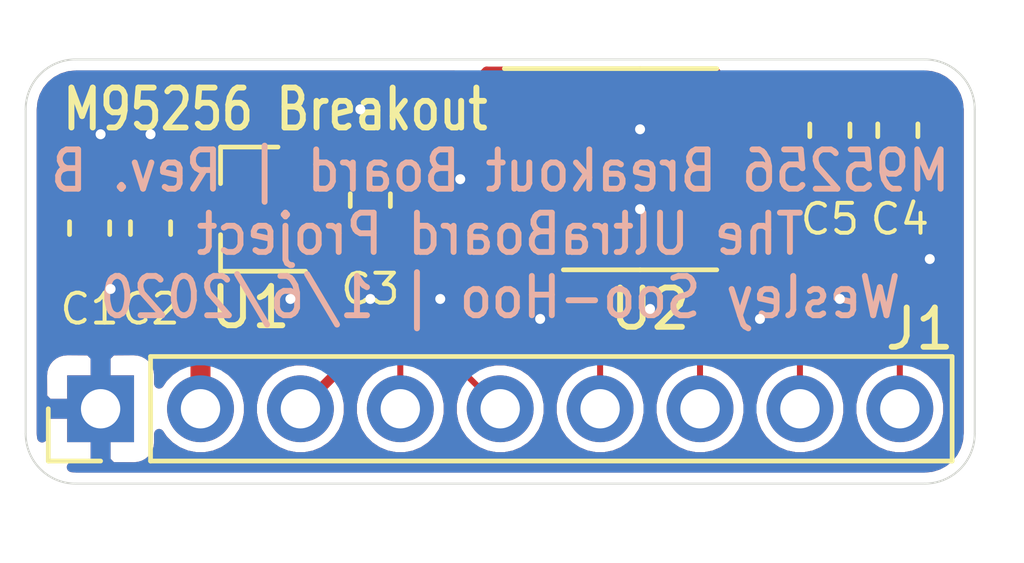
<source format=kicad_pcb>
(kicad_pcb (version 20171130) (host pcbnew 5.1.5)

  (general
    (thickness 1.6)
    (drawings 10)
    (tracks 63)
    (zones 0)
    (modules 8)
    (nets 10)
  )

  (page USLetter)
  (title_block
    (title "EEPROM Breakout Board")
    (date 2020-01-06)
    (rev A)
    (company "The Ultraboard Project")
    (comment 1 https://www.gnu.org/licenses/gpl-3.0.en.html)
    (comment 2 "License: GNU GPLv3")
    (comment 3 "Designer: Wesley Soo-Hoo")
  )

  (layers
    (0 F.Cu signal)
    (31 B.Cu signal)
    (32 B.Adhes user)
    (33 F.Adhes user)
    (34 B.Paste user)
    (35 F.Paste user)
    (36 B.SilkS user)
    (37 F.SilkS user)
    (38 B.Mask user)
    (39 F.Mask user)
    (40 Dwgs.User user)
    (41 Cmts.User user)
    (42 Eco1.User user)
    (43 Eco2.User user)
    (44 Edge.Cuts user)
    (45 Margin user)
    (46 B.CrtYd user)
    (47 F.CrtYd user)
    (48 B.Fab user)
    (49 F.Fab user)
  )

  (setup
    (last_trace_width 0.254)
    (user_trace_width 0.254)
    (user_trace_width 0.508)
    (trace_clearance 0.1524)
    (zone_clearance 0.254)
    (zone_45_only no)
    (trace_min 0.1524)
    (via_size 0.381)
    (via_drill 0.254)
    (via_min_size 0.254)
    (via_min_drill 0.254)
    (uvia_size 0.3)
    (uvia_drill 0.1)
    (uvias_allowed no)
    (uvia_min_size 0.2)
    (uvia_min_drill 0.1)
    (edge_width 0.05)
    (segment_width 0.2)
    (pcb_text_width 0.3)
    (pcb_text_size 1.5 1.5)
    (mod_edge_width 0.12)
    (mod_text_size 1 1)
    (mod_text_width 0.15)
    (pad_size 1.524 1.524)
    (pad_drill 0.762)
    (pad_to_mask_clearance 0.051)
    (solder_mask_min_width 0.25)
    (aux_axis_origin 0 0)
    (visible_elements FFFFFF7F)
    (pcbplotparams
      (layerselection 0x010fc_ffffffff)
      (usegerberextensions false)
      (usegerberattributes false)
      (usegerberadvancedattributes false)
      (creategerberjobfile false)
      (excludeedgelayer true)
      (linewidth 0.100000)
      (plotframeref false)
      (viasonmask false)
      (mode 1)
      (useauxorigin false)
      (hpglpennumber 1)
      (hpglpenspeed 20)
      (hpglpendiameter 15.000000)
      (psnegative false)
      (psa4output false)
      (plotreference true)
      (plotvalue true)
      (plotinvisibletext false)
      (padsonsilk false)
      (subtractmaskfromsilk false)
      (outputformat 1)
      (mirror false)
      (drillshape 1)
      (scaleselection 1)
      (outputdirectory ""))
  )

  (net 0 "")
  (net 1 +5V)
  (net 2 GND)
  (net 3 +3V3)
  (net 4 /nW)
  (net 5 /nHOLD)
  (net 6 /nSS)
  (net 7 /SCK)
  (net 8 /MOSI)
  (net 9 /MISO)

  (net_class Default "This is the default net class."
    (clearance 0.1524)
    (trace_width 0.1524)
    (via_dia 0.381)
    (via_drill 0.254)
    (uvia_dia 0.3)
    (uvia_drill 0.1)
    (add_net +3V3)
    (add_net +5V)
    (add_net /MISO)
    (add_net /MOSI)
    (add_net /SCK)
    (add_net /nHOLD)
    (add_net /nSS)
    (add_net /nW)
    (add_net GND)
  )

  (module Connector_PinHeader_2.54mm:PinHeader_1x09_P2.54mm_Vertical (layer F.Cu) (tedit 59FED5CC) (tstamp 5E144D78)
    (at 127 101.6 90)
    (descr "Through hole straight pin header, 1x09, 2.54mm pitch, single row")
    (tags "Through hole pin header THT 1x09 2.54mm single row")
    (path /5E1B8A48)
    (fp_text reference J1 (at 2.032 20.828 180) (layer F.SilkS)
      (effects (font (size 1 1) (thickness 0.15)))
    )
    (fp_text value BREAKOUT (at 0 22.65 90) (layer F.Fab)
      (effects (font (size 1 1) (thickness 0.15)))
    )
    (fp_line (start -0.635 -1.27) (end 1.27 -1.27) (layer F.Fab) (width 0.1))
    (fp_line (start 1.27 -1.27) (end 1.27 21.59) (layer F.Fab) (width 0.1))
    (fp_line (start 1.27 21.59) (end -1.27 21.59) (layer F.Fab) (width 0.1))
    (fp_line (start -1.27 21.59) (end -1.27 -0.635) (layer F.Fab) (width 0.1))
    (fp_line (start -1.27 -0.635) (end -0.635 -1.27) (layer F.Fab) (width 0.1))
    (fp_line (start -1.33 21.65) (end 1.33 21.65) (layer F.SilkS) (width 0.12))
    (fp_line (start -1.33 1.27) (end -1.33 21.65) (layer F.SilkS) (width 0.12))
    (fp_line (start 1.33 1.27) (end 1.33 21.65) (layer F.SilkS) (width 0.12))
    (fp_line (start -1.33 1.27) (end 1.33 1.27) (layer F.SilkS) (width 0.12))
    (fp_line (start -1.33 0) (end -1.33 -1.33) (layer F.SilkS) (width 0.12))
    (fp_line (start -1.33 -1.33) (end 0 -1.33) (layer F.SilkS) (width 0.12))
    (fp_line (start -1.8 -1.8) (end -1.8 22.1) (layer F.CrtYd) (width 0.05))
    (fp_line (start -1.8 22.1) (end 1.8 22.1) (layer F.CrtYd) (width 0.05))
    (fp_line (start 1.8 22.1) (end 1.8 -1.8) (layer F.CrtYd) (width 0.05))
    (fp_line (start 1.8 -1.8) (end -1.8 -1.8) (layer F.CrtYd) (width 0.05))
    (fp_text user %R (at 0 10.16 270) (layer F.Fab)
      (effects (font (size 1 1) (thickness 0.15)))
    )
    (pad 1 thru_hole rect (at 0 0 90) (size 1.7 1.7) (drill 1) (layers *.Cu *.Mask)
      (net 2 GND))
    (pad 2 thru_hole oval (at 0 2.54 90) (size 1.7 1.7) (drill 1) (layers *.Cu *.Mask)
      (net 1 +5V))
    (pad 3 thru_hole oval (at 0 5.08 90) (size 1.7 1.7) (drill 1) (layers *.Cu *.Mask)
      (net 3 +3V3))
    (pad 4 thru_hole oval (at 0 7.62 90) (size 1.7 1.7) (drill 1) (layers *.Cu *.Mask)
      (net 6 /nSS))
    (pad 5 thru_hole oval (at 0 10.16 90) (size 1.7 1.7) (drill 1) (layers *.Cu *.Mask)
      (net 4 /nW))
    (pad 6 thru_hole oval (at 0 12.7 90) (size 1.7 1.7) (drill 1) (layers *.Cu *.Mask)
      (net 9 /MISO))
    (pad 7 thru_hole oval (at 0 15.24 90) (size 1.7 1.7) (drill 1) (layers *.Cu *.Mask)
      (net 8 /MOSI))
    (pad 8 thru_hole oval (at 0 17.78 90) (size 1.7 1.7) (drill 1) (layers *.Cu *.Mask)
      (net 7 /SCK))
    (pad 9 thru_hole oval (at 0 20.32 90) (size 1.7 1.7) (drill 1) (layers *.Cu *.Mask)
      (net 5 /nHOLD))
    (model ${KISYS3DMOD}/Connector_PinHeader_2.54mm.3dshapes/PinHeader_1x09_P2.54mm_Vertical.wrl
      (at (xyz 0 0 0))
      (scale (xyz 1 1 1))
      (rotate (xyz 0 0 0))
    )
  )

  (module Package_TO_SOT_SMD:SOT-23 (layer F.Cu) (tedit 5A02FF57) (tstamp 5E144ABA)
    (at 130.81 96.52 180)
    (descr "SOT-23, Standard")
    (tags SOT-23)
    (path /5E1ADAA4)
    (attr smd)
    (fp_text reference U1 (at 0 -2.5) (layer F.SilkS)
      (effects (font (size 1 1) (thickness 0.15)))
    )
    (fp_text value AP2127N-3.3 (at 0 2.5) (layer F.Fab)
      (effects (font (size 1 1) (thickness 0.15)))
    )
    (fp_text user %R (at 0 0 90) (layer F.Fab)
      (effects (font (size 0.5 0.5) (thickness 0.075)))
    )
    (fp_line (start -0.7 -0.95) (end -0.7 1.5) (layer F.Fab) (width 0.1))
    (fp_line (start -0.15 -1.52) (end 0.7 -1.52) (layer F.Fab) (width 0.1))
    (fp_line (start -0.7 -0.95) (end -0.15 -1.52) (layer F.Fab) (width 0.1))
    (fp_line (start 0.7 -1.52) (end 0.7 1.52) (layer F.Fab) (width 0.1))
    (fp_line (start -0.7 1.52) (end 0.7 1.52) (layer F.Fab) (width 0.1))
    (fp_line (start 0.76 1.58) (end 0.76 0.65) (layer F.SilkS) (width 0.12))
    (fp_line (start 0.76 -1.58) (end 0.76 -0.65) (layer F.SilkS) (width 0.12))
    (fp_line (start -1.7 -1.75) (end 1.7 -1.75) (layer F.CrtYd) (width 0.05))
    (fp_line (start 1.7 -1.75) (end 1.7 1.75) (layer F.CrtYd) (width 0.05))
    (fp_line (start 1.7 1.75) (end -1.7 1.75) (layer F.CrtYd) (width 0.05))
    (fp_line (start -1.7 1.75) (end -1.7 -1.75) (layer F.CrtYd) (width 0.05))
    (fp_line (start 0.76 -1.58) (end -1.4 -1.58) (layer F.SilkS) (width 0.12))
    (fp_line (start 0.76 1.58) (end -0.7 1.58) (layer F.SilkS) (width 0.12))
    (pad 1 smd rect (at -1 -0.95 180) (size 0.9 0.8) (layers F.Cu F.Paste F.Mask)
      (net 2 GND))
    (pad 2 smd rect (at -1 0.95 180) (size 0.9 0.8) (layers F.Cu F.Paste F.Mask)
      (net 3 +3V3))
    (pad 3 smd rect (at 1 0 180) (size 0.9 0.8) (layers F.Cu F.Paste F.Mask)
      (net 1 +5V))
    (model ${KISYS3DMOD}/Package_TO_SOT_SMD.3dshapes/SOT-23.wrl
      (at (xyz 0 0 0))
      (scale (xyz 1 1 1))
      (rotate (xyz 0 0 0))
    )
  )

  (module Package_SO:SOIC-8_3.9x4.9mm_P1.27mm (layer F.Cu) (tedit 5D9F72B1) (tstamp 5E144AD4)
    (at 140.716 95.504)
    (descr "SOIC, 8 Pin (JEDEC MS-012AA, https://www.analog.com/media/en/package-pcb-resources/package/pkg_pdf/soic_narrow-r/r_8.pdf), generated with kicad-footprint-generator ipc_gullwing_generator.py")
    (tags "SOIC SO")
    (path /5E146857)
    (attr smd)
    (fp_text reference U2 (at 0.254 3.556) (layer F.SilkS)
      (effects (font (size 1 1) (thickness 0.15)))
    )
    (fp_text value M95256-WMN6P (at 0 3.4) (layer F.Fab)
      (effects (font (size 1 1) (thickness 0.15)))
    )
    (fp_line (start 0 2.56) (end 1.95 2.56) (layer F.SilkS) (width 0.12))
    (fp_line (start 0 2.56) (end -1.95 2.56) (layer F.SilkS) (width 0.12))
    (fp_line (start 0 -2.56) (end 1.95 -2.56) (layer F.SilkS) (width 0.12))
    (fp_line (start 0 -2.56) (end -3.45 -2.56) (layer F.SilkS) (width 0.12))
    (fp_line (start -0.975 -2.45) (end 1.95 -2.45) (layer F.Fab) (width 0.1))
    (fp_line (start 1.95 -2.45) (end 1.95 2.45) (layer F.Fab) (width 0.1))
    (fp_line (start 1.95 2.45) (end -1.95 2.45) (layer F.Fab) (width 0.1))
    (fp_line (start -1.95 2.45) (end -1.95 -1.475) (layer F.Fab) (width 0.1))
    (fp_line (start -1.95 -1.475) (end -0.975 -2.45) (layer F.Fab) (width 0.1))
    (fp_line (start -3.7 -2.7) (end -3.7 2.7) (layer F.CrtYd) (width 0.05))
    (fp_line (start -3.7 2.7) (end 3.7 2.7) (layer F.CrtYd) (width 0.05))
    (fp_line (start 3.7 2.7) (end 3.7 -2.7) (layer F.CrtYd) (width 0.05))
    (fp_line (start 3.7 -2.7) (end -3.7 -2.7) (layer F.CrtYd) (width 0.05))
    (fp_text user %R (at 0 0) (layer F.Fab)
      (effects (font (size 0.98 0.98) (thickness 0.15)))
    )
    (pad 1 smd roundrect (at -2.475 -1.905) (size 1.95 0.6) (layers F.Cu F.Paste F.Mask) (roundrect_rratio 0.25)
      (net 6 /nSS))
    (pad 2 smd roundrect (at -2.475 -0.635) (size 1.95 0.6) (layers F.Cu F.Paste F.Mask) (roundrect_rratio 0.25)
      (net 9 /MISO))
    (pad 3 smd roundrect (at -2.475 0.635) (size 1.95 0.6) (layers F.Cu F.Paste F.Mask) (roundrect_rratio 0.25)
      (net 4 /nW))
    (pad 4 smd roundrect (at -2.475 1.905) (size 1.95 0.6) (layers F.Cu F.Paste F.Mask) (roundrect_rratio 0.25)
      (net 2 GND))
    (pad 5 smd roundrect (at 2.475 1.905) (size 1.95 0.6) (layers F.Cu F.Paste F.Mask) (roundrect_rratio 0.25)
      (net 8 /MOSI))
    (pad 6 smd roundrect (at 2.475 0.635) (size 1.95 0.6) (layers F.Cu F.Paste F.Mask) (roundrect_rratio 0.25)
      (net 7 /SCK))
    (pad 7 smd roundrect (at 2.475 -0.635) (size 1.95 0.6) (layers F.Cu F.Paste F.Mask) (roundrect_rratio 0.25)
      (net 5 /nHOLD))
    (pad 8 smd roundrect (at 2.475 -1.905) (size 1.95 0.6) (layers F.Cu F.Paste F.Mask) (roundrect_rratio 0.25)
      (net 3 +3V3))
    (model ${KISYS3DMOD}/Package_SO.3dshapes/SOIC-8_3.9x4.9mm_P1.27mm.wrl
      (at (xyz 0 0 0))
      (scale (xyz 1 1 1))
      (rotate (xyz 0 0 0))
    )
  )

  (module Capacitor_SMD:C_0603_1608Metric (layer F.Cu) (tedit 5B301BBE) (tstamp 5E3F31AC)
    (at 126.7206 97.0026 270)
    (descr "Capacitor SMD 0603 (1608 Metric), square (rectangular) end terminal, IPC_7351 nominal, (Body size source: http://www.tortai-tech.com/upload/download/2011102023233369053.pdf), generated with kicad-footprint-generator")
    (tags capacitor)
    (path /5E1B0BBB)
    (attr smd)
    (fp_text reference C1 (at 2.0574 0 180) (layer F.SilkS)
      (effects (font (size 0.762 0.762) (thickness 0.1016)))
    )
    (fp_text value C_1uF (at 0 1.43 90) (layer F.Fab)
      (effects (font (size 1 1) (thickness 0.15)))
    )
    (fp_text user %R (at 0 0 90) (layer F.Fab)
      (effects (font (size 0.4 0.4) (thickness 0.06)))
    )
    (fp_line (start 1.48 0.73) (end -1.48 0.73) (layer F.CrtYd) (width 0.05))
    (fp_line (start 1.48 -0.73) (end 1.48 0.73) (layer F.CrtYd) (width 0.05))
    (fp_line (start -1.48 -0.73) (end 1.48 -0.73) (layer F.CrtYd) (width 0.05))
    (fp_line (start -1.48 0.73) (end -1.48 -0.73) (layer F.CrtYd) (width 0.05))
    (fp_line (start -0.162779 0.51) (end 0.162779 0.51) (layer F.SilkS) (width 0.12))
    (fp_line (start -0.162779 -0.51) (end 0.162779 -0.51) (layer F.SilkS) (width 0.12))
    (fp_line (start 0.8 0.4) (end -0.8 0.4) (layer F.Fab) (width 0.1))
    (fp_line (start 0.8 -0.4) (end 0.8 0.4) (layer F.Fab) (width 0.1))
    (fp_line (start -0.8 -0.4) (end 0.8 -0.4) (layer F.Fab) (width 0.1))
    (fp_line (start -0.8 0.4) (end -0.8 -0.4) (layer F.Fab) (width 0.1))
    (pad 2 smd roundrect (at 0.7875 0 270) (size 0.875 0.95) (layers F.Cu F.Paste F.Mask) (roundrect_rratio 0.25)
      (net 2 GND))
    (pad 1 smd roundrect (at -0.7875 0 270) (size 0.875 0.95) (layers F.Cu F.Paste F.Mask) (roundrect_rratio 0.25)
      (net 1 +5V))
    (model ${KISYS3DMOD}/Capacitor_SMD.3dshapes/C_0603_1608Metric.wrl
      (at (xyz 0 0 0))
      (scale (xyz 1 1 1))
      (rotate (xyz 0 0 0))
    )
  )

  (module Capacitor_SMD:C_0603_1608Metric (layer F.Cu) (tedit 5B301BBE) (tstamp 5E3F325E)
    (at 128.27 97.0025 270)
    (descr "Capacitor SMD 0603 (1608 Metric), square (rectangular) end terminal, IPC_7351 nominal, (Body size source: http://www.tortai-tech.com/upload/download/2011102023233369053.pdf), generated with kicad-footprint-generator")
    (tags capacitor)
    (path /5E1B02FA)
    (attr smd)
    (fp_text reference C2 (at 2.0575 0 180) (layer F.SilkS)
      (effects (font (size 0.762 0.762) (thickness 0.1016)))
    )
    (fp_text value C_100nF (at 0 1.43 90) (layer F.Fab)
      (effects (font (size 1 1) (thickness 0.15)))
    )
    (fp_line (start -0.8 0.4) (end -0.8 -0.4) (layer F.Fab) (width 0.1))
    (fp_line (start -0.8 -0.4) (end 0.8 -0.4) (layer F.Fab) (width 0.1))
    (fp_line (start 0.8 -0.4) (end 0.8 0.4) (layer F.Fab) (width 0.1))
    (fp_line (start 0.8 0.4) (end -0.8 0.4) (layer F.Fab) (width 0.1))
    (fp_line (start -0.162779 -0.51) (end 0.162779 -0.51) (layer F.SilkS) (width 0.12))
    (fp_line (start -0.162779 0.51) (end 0.162779 0.51) (layer F.SilkS) (width 0.12))
    (fp_line (start -1.48 0.73) (end -1.48 -0.73) (layer F.CrtYd) (width 0.05))
    (fp_line (start -1.48 -0.73) (end 1.48 -0.73) (layer F.CrtYd) (width 0.05))
    (fp_line (start 1.48 -0.73) (end 1.48 0.73) (layer F.CrtYd) (width 0.05))
    (fp_line (start 1.48 0.73) (end -1.48 0.73) (layer F.CrtYd) (width 0.05))
    (fp_text user %R (at 0 0 90) (layer F.Fab)
      (effects (font (size 0.4 0.4) (thickness 0.06)))
    )
    (pad 1 smd roundrect (at -0.7875 0 270) (size 0.875 0.95) (layers F.Cu F.Paste F.Mask) (roundrect_rratio 0.25)
      (net 1 +5V))
    (pad 2 smd roundrect (at 0.7875 0 270) (size 0.875 0.95) (layers F.Cu F.Paste F.Mask) (roundrect_rratio 0.25)
      (net 2 GND))
    (model ${KISYS3DMOD}/Capacitor_SMD.3dshapes/C_0603_1608Metric.wrl
      (at (xyz 0 0 0))
      (scale (xyz 1 1 1))
      (rotate (xyz 0 0 0))
    )
  )

  (module Capacitor_SMD:C_0603_1608Metric (layer F.Cu) (tedit 5B301BBE) (tstamp 5E3F30A8)
    (at 133.858 96.2915 270)
    (descr "Capacitor SMD 0603 (1608 Metric), square (rectangular) end terminal, IPC_7351 nominal, (Body size source: http://www.tortai-tech.com/upload/download/2011102023233369053.pdf), generated with kicad-footprint-generator")
    (tags capacitor)
    (path /5E1B5972)
    (attr smd)
    (fp_text reference C3 (at 2.2605 0 180) (layer F.SilkS)
      (effects (font (size 0.762 0.762) (thickness 0.1016)))
    )
    (fp_text value C_4.7uF (at 0 1.43 90) (layer F.Fab)
      (effects (font (size 1 1) (thickness 0.15)))
    )
    (fp_line (start -0.8 0.4) (end -0.8 -0.4) (layer F.Fab) (width 0.1))
    (fp_line (start -0.8 -0.4) (end 0.8 -0.4) (layer F.Fab) (width 0.1))
    (fp_line (start 0.8 -0.4) (end 0.8 0.4) (layer F.Fab) (width 0.1))
    (fp_line (start 0.8 0.4) (end -0.8 0.4) (layer F.Fab) (width 0.1))
    (fp_line (start -0.162779 -0.51) (end 0.162779 -0.51) (layer F.SilkS) (width 0.12))
    (fp_line (start -0.162779 0.51) (end 0.162779 0.51) (layer F.SilkS) (width 0.12))
    (fp_line (start -1.48 0.73) (end -1.48 -0.73) (layer F.CrtYd) (width 0.05))
    (fp_line (start -1.48 -0.73) (end 1.48 -0.73) (layer F.CrtYd) (width 0.05))
    (fp_line (start 1.48 -0.73) (end 1.48 0.73) (layer F.CrtYd) (width 0.05))
    (fp_line (start 1.48 0.73) (end -1.48 0.73) (layer F.CrtYd) (width 0.05))
    (fp_text user %R (at 0 0 90) (layer F.Fab)
      (effects (font (size 0.4 0.4) (thickness 0.06)))
    )
    (pad 1 smd roundrect (at -0.7875 0 270) (size 0.875 0.95) (layers F.Cu F.Paste F.Mask) (roundrect_rratio 0.25)
      (net 3 +3V3))
    (pad 2 smd roundrect (at 0.7875 0 270) (size 0.875 0.95) (layers F.Cu F.Paste F.Mask) (roundrect_rratio 0.25)
      (net 2 GND))
    (model ${KISYS3DMOD}/Capacitor_SMD.3dshapes/C_0603_1608Metric.wrl
      (at (xyz 0 0 0))
      (scale (xyz 1 1 1))
      (rotate (xyz 0 0 0))
    )
  )

  (module Capacitor_SMD:C_0603_1608Metric (layer F.Cu) (tedit 5B301BBE) (tstamp 5E3F30B9)
    (at 147.2692 94.5134 270)
    (descr "Capacitor SMD 0603 (1608 Metric), square (rectangular) end terminal, IPC_7351 nominal, (Body size source: http://www.tortai-tech.com/upload/download/2011102023233369053.pdf), generated with kicad-footprint-generator")
    (tags capacitor)
    (path /5E148655)
    (attr smd)
    (fp_text reference C4 (at 2.2606 -0.0508 180) (layer F.SilkS)
      (effects (font (size 0.762 0.762) (thickness 0.1016)))
    )
    (fp_text value C_10uF (at 0 1.43 90) (layer F.Fab)
      (effects (font (size 1 1) (thickness 0.15)))
    )
    (fp_text user %R (at 0 0 90) (layer F.Fab)
      (effects (font (size 0.4 0.4) (thickness 0.06)))
    )
    (fp_line (start 1.48 0.73) (end -1.48 0.73) (layer F.CrtYd) (width 0.05))
    (fp_line (start 1.48 -0.73) (end 1.48 0.73) (layer F.CrtYd) (width 0.05))
    (fp_line (start -1.48 -0.73) (end 1.48 -0.73) (layer F.CrtYd) (width 0.05))
    (fp_line (start -1.48 0.73) (end -1.48 -0.73) (layer F.CrtYd) (width 0.05))
    (fp_line (start -0.162779 0.51) (end 0.162779 0.51) (layer F.SilkS) (width 0.12))
    (fp_line (start -0.162779 -0.51) (end 0.162779 -0.51) (layer F.SilkS) (width 0.12))
    (fp_line (start 0.8 0.4) (end -0.8 0.4) (layer F.Fab) (width 0.1))
    (fp_line (start 0.8 -0.4) (end 0.8 0.4) (layer F.Fab) (width 0.1))
    (fp_line (start -0.8 -0.4) (end 0.8 -0.4) (layer F.Fab) (width 0.1))
    (fp_line (start -0.8 0.4) (end -0.8 -0.4) (layer F.Fab) (width 0.1))
    (pad 2 smd roundrect (at 0.7875 0 270) (size 0.875 0.95) (layers F.Cu F.Paste F.Mask) (roundrect_rratio 0.25)
      (net 2 GND))
    (pad 1 smd roundrect (at -0.7875 0 270) (size 0.875 0.95) (layers F.Cu F.Paste F.Mask) (roundrect_rratio 0.25)
      (net 3 +3V3))
    (model ${KISYS3DMOD}/Capacitor_SMD.3dshapes/C_0603_1608Metric.wrl
      (at (xyz 0 0 0))
      (scale (xyz 1 1 1))
      (rotate (xyz 0 0 0))
    )
  )

  (module Capacitor_SMD:C_0603_1608Metric (layer F.Cu) (tedit 5B301BBE) (tstamp 5E3F30CA)
    (at 145.542 94.5135 270)
    (descr "Capacitor SMD 0603 (1608 Metric), square (rectangular) end terminal, IPC_7351 nominal, (Body size source: http://www.tortai-tech.com/upload/download/2011102023233369053.pdf), generated with kicad-footprint-generator")
    (tags capacitor)
    (path /5E1475A6)
    (attr smd)
    (fp_text reference C5 (at 2.2605 0 180) (layer F.SilkS)
      (effects (font (size 0.762 0.762) (thickness 0.1016)))
    )
    (fp_text value C_100nF (at 0 1.43 90) (layer F.Fab)
      (effects (font (size 1 1) (thickness 0.15)))
    )
    (fp_line (start -0.8 0.4) (end -0.8 -0.4) (layer F.Fab) (width 0.1))
    (fp_line (start -0.8 -0.4) (end 0.8 -0.4) (layer F.Fab) (width 0.1))
    (fp_line (start 0.8 -0.4) (end 0.8 0.4) (layer F.Fab) (width 0.1))
    (fp_line (start 0.8 0.4) (end -0.8 0.4) (layer F.Fab) (width 0.1))
    (fp_line (start -0.162779 -0.51) (end 0.162779 -0.51) (layer F.SilkS) (width 0.12))
    (fp_line (start -0.162779 0.51) (end 0.162779 0.51) (layer F.SilkS) (width 0.12))
    (fp_line (start -1.48 0.73) (end -1.48 -0.73) (layer F.CrtYd) (width 0.05))
    (fp_line (start -1.48 -0.73) (end 1.48 -0.73) (layer F.CrtYd) (width 0.05))
    (fp_line (start 1.48 -0.73) (end 1.48 0.73) (layer F.CrtYd) (width 0.05))
    (fp_line (start 1.48 0.73) (end -1.48 0.73) (layer F.CrtYd) (width 0.05))
    (fp_text user %R (at 0 0 90) (layer F.Fab)
      (effects (font (size 0.4 0.4) (thickness 0.06)))
    )
    (pad 1 smd roundrect (at -0.7875 0 270) (size 0.875 0.95) (layers F.Cu F.Paste F.Mask) (roundrect_rratio 0.25)
      (net 3 +3V3))
    (pad 2 smd roundrect (at 0.7875 0 270) (size 0.875 0.95) (layers F.Cu F.Paste F.Mask) (roundrect_rratio 0.25)
      (net 2 GND))
    (model ${KISYS3DMOD}/Capacitor_SMD.3dshapes/C_0603_1608Metric.wrl
      (at (xyz 0 0 0))
      (scale (xyz 1 1 1))
      (rotate (xyz 0 0 0))
    )
  )

  (gr_arc (start 147.955 93.98) (end 149.225 93.98) (angle -90) (layer Edge.Cuts) (width 0.05))
  (gr_arc (start 147.955 102.235) (end 147.955 103.505) (angle -90) (layer Edge.Cuts) (width 0.05))
  (gr_arc (start 126.365 102.235) (end 125.095 102.235) (angle -90) (layer Edge.Cuts) (width 0.05))
  (gr_arc (start 126.365 93.98) (end 126.365 92.71) (angle -90) (layer Edge.Cuts) (width 0.05))
  (gr_line (start 147.955 103.505) (end 126.365 103.505) (layer Edge.Cuts) (width 0.05) (tstamp 5E1456E5))
  (gr_line (start 149.225 93.98) (end 149.225 102.235) (layer Edge.Cuts) (width 0.05))
  (gr_line (start 126.365 92.71) (end 147.955 92.71) (layer Edge.Cuts) (width 0.05))
  (gr_line (start 125.095 102.235) (end 125.095 93.98) (layer Edge.Cuts) (width 0.05))
  (gr_text "M95256 Breakout" (at 131.445 93.98) (layer F.SilkS)
    (effects (font (size 1.016 0.8128) (thickness 0.15)))
  )
  (gr_text "M95256 Breakout Board | Rev. B\nThe UltraBoard Project\nWesley Soo-Hoo | 1/6/2020" (at 137.16 97.155) (layer B.SilkS) (tstamp 5E1458A0)
    (effects (font (size 1 0.889) (thickness 0.15)) (justify mirror))
  )

  (segment (start 129.81 96.52) (end 129.81 98.155) (width 0.508) (layer F.Cu) (net 1))
  (segment (start 129.54 98.425) (end 129.54 101.6) (width 0.508) (layer F.Cu) (net 1))
  (segment (start 129.81 98.155) (end 129.54 98.425) (width 0.508) (layer F.Cu) (net 1))
  (segment (start 128.2445 96.2405) (end 128.27 96.215) (width 0.508) (layer F.Cu) (net 1))
  (segment (start 128.27 96.215) (end 128.981 96.215) (width 0.508) (layer F.Cu) (net 1))
  (segment (start 129.286 96.52) (end 129.81 96.52) (width 0.508) (layer F.Cu) (net 1))
  (segment (start 128.981 96.215) (end 129.286 96.52) (width 0.508) (layer F.Cu) (net 1))
  (segment (start 126.7207 96.215) (end 126.7206 96.2151) (width 0.508) (layer F.Cu) (net 1))
  (segment (start 128.27 96.215) (end 126.7207 96.215) (width 0.508) (layer F.Cu) (net 1))
  (via (at 128.27 94.615) (size 0.381) (drill 0.254) (layers F.Cu B.Cu) (net 2))
  (via (at 127 94.615) (size 0.381) (drill 0.254) (layers F.Cu B.Cu) (net 2))
  (via (at 131.826 98.806) (size 0.381) (drill 0.254) (layers F.Cu B.Cu) (net 2))
  (via (at 133.858 98.806) (size 0.381) (drill 0.254) (layers F.Cu B.Cu) (net 2))
  (via (at 138.176 99.314) (size 0.381) (drill 0.254) (layers F.Cu B.Cu) (net 2))
  (via (at 148.082 97.79) (size 0.381) (drill 0.254) (layers F.Cu B.Cu) (net 2))
  (via (at 133.604 93.98) (size 0.381) (drill 0.254) (layers F.Cu B.Cu) (net 2))
  (via (at 127.254 98.552) (size 0.381) (drill 0.254) (layers F.Cu B.Cu) (net 2))
  (via (at 135.636 98.806) (size 0.381) (drill 0.254) (layers F.Cu B.Cu) (net 2))
  (via (at 136.144 95.758) (size 0.381) (drill 0.254) (layers F.Cu B.Cu) (net 2))
  (via (at 140.716 94.488) (size 0.381) (drill 0.254) (layers F.Cu B.Cu) (net 2))
  (via (at 140.716 96.52) (size 0.381) (drill 0.254) (layers F.Cu B.Cu) (net 2))
  (via (at 140.97 99.06) (size 0.381) (drill 0.254) (layers F.Cu B.Cu) (net 2))
  (via (at 143.764 99.314) (size 0.381) (drill 0.254) (layers F.Cu B.Cu) (net 2))
  (via (at 145.796 98.806) (size 0.381) (drill 0.254) (layers F.Cu B.Cu) (net 2))
  (segment (start 132.929999 100.750001) (end 132.08 101.6) (width 0.254) (layer F.Cu) (net 3))
  (segment (start 132.929999 97.343999) (end 132.929999 100.750001) (width 0.254) (layer F.Cu) (net 3))
  (segment (start 131.81 95.57) (end 131.81 96.224) (width 0.254) (layer F.Cu) (net 3))
  (segment (start 131.81 96.224) (end 132.929999 97.343999) (width 0.254) (layer F.Cu) (net 3))
  (segment (start 133.792 95.57) (end 133.858 95.504) (width 0.254) (layer F.Cu) (net 3))
  (segment (start 131.81 95.57) (end 133.792 95.57) (width 0.254) (layer F.Cu) (net 3))
  (segment (start 142.61159 93.01959) (end 142.891 93.299) (width 0.254) (layer F.Cu) (net 3))
  (segment (start 136.81741 93.01959) (end 142.61159 93.01959) (width 0.254) (layer F.Cu) (net 3))
  (segment (start 134.333 95.504) (end 136.81741 93.01959) (width 0.254) (layer F.Cu) (net 3))
  (segment (start 142.891 93.299) (end 143.191 93.599) (width 0.254) (layer F.Cu) (net 3))
  (segment (start 133.858 95.504) (end 134.333 95.504) (width 0.254) (layer F.Cu) (net 3))
  (segment (start 145.415 93.599) (end 145.542 93.726) (width 0.254) (layer F.Cu) (net 3))
  (segment (start 143.191 93.599) (end 145.415 93.599) (width 0.254) (layer F.Cu) (net 3))
  (segment (start 145.5421 93.7259) (end 145.542 93.726) (width 0.254) (layer F.Cu) (net 3))
  (segment (start 147.2692 93.7259) (end 145.5421 93.7259) (width 0.254) (layer F.Cu) (net 3))
  (segment (start 136.310001 100.750001) (end 137.16 101.6) (width 0.1524) (layer F.Cu) (net 4))
  (segment (start 138.241 96.139) (end 137.266 96.139) (width 0.1524) (layer F.Cu) (net 4))
  (segment (start 136.310001 97.094999) (end 136.310001 100.750001) (width 0.1524) (layer F.Cu) (net 4))
  (segment (start 137.266 96.139) (end 136.310001 97.094999) (width 0.1524) (layer F.Cu) (net 4))
  (segment (start 147.32 100.397919) (end 147.32 101.6) (width 0.1524) (layer F.Cu) (net 5))
  (segment (start 147.32 98.757564) (end 147.32 100.397919) (width 0.1524) (layer F.Cu) (net 5))
  (segment (start 143.731436 95.169) (end 147.32 98.757564) (width 0.1524) (layer F.Cu) (net 5))
  (segment (start 143.491 95.169) (end 143.731436 95.169) (width 0.1524) (layer F.Cu) (net 5))
  (segment (start 143.191 94.869) (end 143.491 95.169) (width 0.1524) (layer F.Cu) (net 5))
  (segment (start 134.62 100.397919) (end 134.62 101.6) (width 0.1524) (layer F.Cu) (net 6))
  (segment (start 134.62 96.245) (end 134.62 100.397919) (width 0.1524) (layer F.Cu) (net 6))
  (segment (start 137.266 93.599) (end 134.62 96.245) (width 0.1524) (layer F.Cu) (net 6))
  (segment (start 138.241 93.599) (end 137.266 93.599) (width 0.1524) (layer F.Cu) (net 6))
  (segment (start 144.78 100.397919) (end 144.78 101.6) (width 0.1524) (layer F.Cu) (net 7))
  (segment (start 144.78 96.753) (end 144.78 100.397919) (width 0.1524) (layer F.Cu) (net 7))
  (segment (start 144.166 96.139) (end 144.78 96.753) (width 0.1524) (layer F.Cu) (net 7))
  (segment (start 143.191 96.139) (end 144.166 96.139) (width 0.1524) (layer F.Cu) (net 7))
  (segment (start 143.191 97.409) (end 143.191 98.744) (width 0.1524) (layer F.Cu) (net 8))
  (segment (start 142.24 99.695) (end 142.24 101.6) (width 0.1524) (layer F.Cu) (net 8))
  (segment (start 143.191 98.744) (end 142.24 99.695) (width 0.1524) (layer F.Cu) (net 8))
  (segment (start 139.7 95.353) (end 139.7 100.397919) (width 0.1524) (layer F.Cu) (net 9))
  (segment (start 139.7 100.397919) (end 139.7 101.6) (width 0.1524) (layer F.Cu) (net 9))
  (segment (start 139.216 94.869) (end 139.7 95.353) (width 0.1524) (layer F.Cu) (net 9))
  (segment (start 138.241 94.869) (end 139.216 94.869) (width 0.1524) (layer F.Cu) (net 9))

  (zone (net 2) (net_name GND) (layer F.Cu) (tstamp 0) (hatch edge 0.508)
    (connect_pads (clearance 0.254))
    (min_thickness 0.254)
    (fill yes (arc_segments 32) (thermal_gap 0.508) (thermal_bridge_width 0.508))
    (polygon
      (pts
        (xy 149.86 104.14) (xy 124.46 104.14) (xy 124.46 91.44) (xy 149.86 91.44)
      )
    )
    (filled_polygon
      (pts
        (xy 134.373573 94.745007) (xy 134.34447 94.729451) (xy 134.231615 94.695216) (xy 134.11425 94.683657) (xy 133.60175 94.683657)
        (xy 133.484385 94.695216) (xy 133.37153 94.729451) (xy 133.267523 94.785044) (xy 133.17636 94.85986) (xy 133.101544 94.951023)
        (xy 133.045951 95.05503) (xy 133.043837 95.062) (xy 132.625382 95.062) (xy 132.613701 95.023492) (xy 132.578322 94.957304)
        (xy 132.530711 94.899289) (xy 132.472696 94.851678) (xy 132.406508 94.816299) (xy 132.334689 94.794513) (xy 132.26 94.787157)
        (xy 131.36 94.787157) (xy 131.285311 94.794513) (xy 131.213492 94.816299) (xy 131.147304 94.851678) (xy 131.089289 94.899289)
        (xy 131.041678 94.957304) (xy 131.006299 95.023492) (xy 130.984513 95.095311) (xy 130.977157 95.17) (xy 130.977157 95.97)
        (xy 130.984513 96.044689) (xy 131.006299 96.116508) (xy 131.041678 96.182696) (xy 131.089289 96.240711) (xy 131.147304 96.288322)
        (xy 131.213492 96.323701) (xy 131.285311 96.345487) (xy 131.316941 96.348602) (xy 131.323739 96.371013) (xy 131.3384 96.419343)
        (xy 131.345871 96.43332) (xy 131.235518 96.444188) (xy 131.11582 96.480498) (xy 131.005506 96.539463) (xy 130.908815 96.618815)
        (xy 130.829463 96.715506) (xy 130.770498 96.82582) (xy 130.734188 96.945518) (xy 130.721928 97.07) (xy 130.725 97.18425)
        (xy 130.88375 97.343) (xy 131.683 97.343) (xy 131.683 97.323) (xy 131.937 97.323) (xy 131.937 97.343)
        (xy 131.957 97.343) (xy 131.957 97.597) (xy 131.937 97.597) (xy 131.937 98.34625) (xy 132.09575 98.505)
        (xy 132.26 98.508072) (xy 132.384482 98.495812) (xy 132.421999 98.484431) (xy 132.422 100.412912) (xy 132.201243 100.369)
        (xy 131.958757 100.369) (xy 131.720931 100.416307) (xy 131.496903 100.509102) (xy 131.295283 100.64382) (xy 131.12382 100.815283)
        (xy 130.989102 101.016903) (xy 130.896307 101.240931) (xy 130.849 101.478757) (xy 130.849 101.721243) (xy 130.896307 101.959069)
        (xy 130.989102 102.183097) (xy 131.12382 102.384717) (xy 131.295283 102.55618) (xy 131.496903 102.690898) (xy 131.720931 102.783693)
        (xy 131.958757 102.831) (xy 132.201243 102.831) (xy 132.439069 102.783693) (xy 132.663097 102.690898) (xy 132.864717 102.55618)
        (xy 133.03618 102.384717) (xy 133.170898 102.183097) (xy 133.263693 101.959069) (xy 133.311 101.721243) (xy 133.311 101.478757)
        (xy 133.263693 101.240931) (xy 133.232587 101.165834) (xy 133.271569 101.126851) (xy 133.290947 101.110949) (xy 133.320569 101.074854)
        (xy 133.354428 101.033597) (xy 133.401599 100.945345) (xy 133.4016 100.945344) (xy 133.430648 100.849586) (xy 133.437999 100.774948)
        (xy 133.437999 100.774946) (xy 133.440456 100.750002) (xy 133.437999 100.725058) (xy 133.437999 98.153679) (xy 133.57225 98.1515)
        (xy 133.731 97.99275) (xy 133.731 97.206) (xy 133.711 97.206) (xy 133.711 96.952) (xy 133.731 96.952)
        (xy 133.731 96.932) (xy 133.985 96.932) (xy 133.985 96.952) (xy 134.005 96.952) (xy 134.005 97.206)
        (xy 133.985 97.206) (xy 133.985 97.99275) (xy 134.14375 98.1515) (xy 134.1628 98.151809) (xy 134.162801 100.37545)
        (xy 134.1628 100.37546) (xy 134.1628 100.456954) (xy 134.036903 100.509102) (xy 133.835283 100.64382) (xy 133.66382 100.815283)
        (xy 133.529102 101.016903) (xy 133.436307 101.240931) (xy 133.389 101.478757) (xy 133.389 101.721243) (xy 133.436307 101.959069)
        (xy 133.529102 102.183097) (xy 133.66382 102.384717) (xy 133.835283 102.55618) (xy 134.036903 102.690898) (xy 134.260931 102.783693)
        (xy 134.498757 102.831) (xy 134.741243 102.831) (xy 134.979069 102.783693) (xy 135.203097 102.690898) (xy 135.404717 102.55618)
        (xy 135.57618 102.384717) (xy 135.710898 102.183097) (xy 135.803693 101.959069) (xy 135.851 101.721243) (xy 135.851 101.478757)
        (xy 135.803693 101.240931) (xy 135.710898 101.016903) (xy 135.57618 100.815283) (xy 135.404717 100.64382) (xy 135.203097 100.509102)
        (xy 135.0772 100.456954) (xy 135.0772 96.434377) (xy 136.893052 94.618525) (xy 136.883157 94.719) (xy 136.883157 95.019)
        (xy 136.893395 95.122953) (xy 136.923717 95.22291) (xy 136.972957 95.315032) (xy 137.039223 95.395777) (xy 137.119968 95.462043)
        (xy 137.198464 95.504) (xy 137.119968 95.545957) (xy 137.039223 95.612223) (xy 136.972957 95.692968) (xy 136.923717 95.78509)
        (xy 136.902113 95.856308) (xy 136.002598 96.755825) (xy 135.985148 96.770146) (xy 135.928014 96.839764) (xy 135.88556 96.919191)
        (xy 135.859416 97.005373) (xy 135.852801 97.07254) (xy 135.852801 97.072549) (xy 135.85059 97.094999) (xy 135.852801 97.117449)
        (xy 135.852802 100.727541) (xy 135.85059 100.750001) (xy 135.852802 100.772461) (xy 135.859417 100.839628) (xy 135.885561 100.92581)
        (xy 135.896003 100.945345) (xy 135.928015 101.005237) (xy 135.985149 101.074854) (xy 136.002593 101.089171) (xy 136.028456 101.115033)
        (xy 135.976307 101.240931) (xy 135.929 101.478757) (xy 135.929 101.721243) (xy 135.976307 101.959069) (xy 136.069102 102.183097)
        (xy 136.20382 102.384717) (xy 136.375283 102.55618) (xy 136.576903 102.690898) (xy 136.800931 102.783693) (xy 137.038757 102.831)
        (xy 137.281243 102.831) (xy 137.519069 102.783693) (xy 137.743097 102.690898) (xy 137.944717 102.55618) (xy 138.11618 102.384717)
        (xy 138.250898 102.183097) (xy 138.343693 101.959069) (xy 138.391 101.721243) (xy 138.391 101.478757) (xy 138.343693 101.240931)
        (xy 138.250898 101.016903) (xy 138.11618 100.815283) (xy 137.944717 100.64382) (xy 137.743097 100.509102) (xy 137.519069 100.416307)
        (xy 137.281243 100.369) (xy 137.038757 100.369) (xy 136.800931 100.416307) (xy 136.767201 100.430278) (xy 136.767201 98.102167)
        (xy 136.814815 98.160185) (xy 136.911506 98.239537) (xy 137.02182 98.298502) (xy 137.141518 98.334812) (xy 137.266 98.347072)
        (xy 137.95525 98.344) (xy 138.114 98.18525) (xy 138.114 97.536) (xy 138.094 97.536) (xy 138.094 97.282)
        (xy 138.114 97.282) (xy 138.114 97.262) (xy 138.368 97.262) (xy 138.368 97.282) (xy 138.388 97.282)
        (xy 138.388 97.536) (xy 138.368 97.536) (xy 138.368 98.18525) (xy 138.52675 98.344) (xy 139.216 98.347072)
        (xy 139.242801 98.344432) (xy 139.242801 100.37545) (xy 139.2428 100.37546) (xy 139.2428 100.456954) (xy 139.116903 100.509102)
        (xy 138.915283 100.64382) (xy 138.74382 100.815283) (xy 138.609102 101.016903) (xy 138.516307 101.240931) (xy 138.469 101.478757)
        (xy 138.469 101.721243) (xy 138.516307 101.959069) (xy 138.609102 102.183097) (xy 138.74382 102.384717) (xy 138.915283 102.55618)
        (xy 139.116903 102.690898) (xy 139.340931 102.783693) (xy 139.578757 102.831) (xy 139.821243 102.831) (xy 140.059069 102.783693)
        (xy 140.283097 102.690898) (xy 140.484717 102.55618) (xy 140.65618 102.384717) (xy 140.790898 102.183097) (xy 140.883693 101.959069)
        (xy 140.931 101.721243) (xy 140.931 101.478757) (xy 140.883693 101.240931) (xy 140.790898 101.016903) (xy 140.65618 100.815283)
        (xy 140.484717 100.64382) (xy 140.283097 100.509102) (xy 140.1572 100.456954) (xy 140.1572 95.375449) (xy 140.159411 95.352999)
        (xy 140.1572 95.330549) (xy 140.1572 95.33054) (xy 140.150585 95.263373) (xy 140.124441 95.177191) (xy 140.097694 95.12715)
        (xy 140.081987 95.097763) (xy 140.03917 95.045592) (xy 140.024853 95.028147) (xy 140.007409 95.013831) (xy 139.579888 94.586311)
        (xy 139.558283 94.51509) (xy 139.509043 94.422968) (xy 139.442777 94.342223) (xy 139.362032 94.275957) (xy 139.283536 94.234)
        (xy 139.362032 94.192043) (xy 139.442777 94.125777) (xy 139.509043 94.045032) (xy 139.558283 93.95291) (xy 139.588605 93.852953)
        (xy 139.598843 93.749) (xy 139.598843 93.52759) (xy 141.833157 93.52759) (xy 141.833157 93.749) (xy 141.843395 93.852953)
        (xy 141.873717 93.95291) (xy 141.922957 94.045032) (xy 141.989223 94.125777) (xy 142.069968 94.192043) (xy 142.148464 94.234)
        (xy 142.069968 94.275957) (xy 141.989223 94.342223) (xy 141.922957 94.422968) (xy 141.873717 94.51509) (xy 141.843395 94.615047)
        (xy 141.833157 94.719) (xy 141.833157 95.019) (xy 141.843395 95.122953) (xy 141.873717 95.22291) (xy 141.922957 95.315032)
        (xy 141.989223 95.395777) (xy 142.069968 95.462043) (xy 142.148464 95.504) (xy 142.069968 95.545957) (xy 141.989223 95.612223)
        (xy 141.922957 95.692968) (xy 141.873717 95.78509) (xy 141.843395 95.885047) (xy 141.833157 95.989) (xy 141.833157 96.289)
        (xy 141.843395 96.392953) (xy 141.873717 96.49291) (xy 141.922957 96.585032) (xy 141.989223 96.665777) (xy 142.069968 96.732043)
        (xy 142.148464 96.774) (xy 142.069968 96.815957) (xy 141.989223 96.882223) (xy 141.922957 96.962968) (xy 141.873717 97.05509)
        (xy 141.843395 97.155047) (xy 141.833157 97.259) (xy 141.833157 97.559) (xy 141.843395 97.662953) (xy 141.873717 97.76291)
        (xy 141.922957 97.855032) (xy 141.989223 97.935777) (xy 142.069968 98.002043) (xy 142.16209 98.051283) (xy 142.262047 98.081605)
        (xy 142.366 98.091843) (xy 142.733801 98.091843) (xy 142.733801 98.554621) (xy 141.932597 99.355826) (xy 141.915147 99.370147)
        (xy 141.858013 99.439765) (xy 141.815559 99.519192) (xy 141.789415 99.605374) (xy 141.7828 99.672541) (xy 141.7828 99.67255)
        (xy 141.780589 99.695) (xy 141.7828 99.71745) (xy 141.7828 100.456954) (xy 141.656903 100.509102) (xy 141.455283 100.64382)
        (xy 141.28382 100.815283) (xy 141.149102 101.016903) (xy 141.056307 101.240931) (xy 141.009 101.478757) (xy 141.009 101.721243)
        (xy 141.056307 101.959069) (xy 141.149102 102.183097) (xy 141.28382 102.384717) (xy 141.455283 102.55618) (xy 141.656903 102.690898)
        (xy 141.880931 102.783693) (xy 142.118757 102.831) (xy 142.361243 102.831) (xy 142.599069 102.783693) (xy 142.823097 102.690898)
        (xy 143.024717 102.55618) (xy 143.19618 102.384717) (xy 143.330898 102.183097) (xy 143.423693 101.959069) (xy 143.471 101.721243)
        (xy 143.471 101.478757) (xy 143.423693 101.240931) (xy 143.330898 101.016903) (xy 143.19618 100.815283) (xy 143.024717 100.64382)
        (xy 142.823097 100.509102) (xy 142.6972 100.456954) (xy 142.6972 99.884377) (xy 143.498408 99.08317) (xy 143.515853 99.068853)
        (xy 143.572987 98.999236) (xy 143.615441 98.919809) (xy 143.641585 98.833627) (xy 143.6482 98.76646) (xy 143.6482 98.766451)
        (xy 143.650411 98.744001) (xy 143.6482 98.721551) (xy 143.6482 98.091843) (xy 144.016 98.091843) (xy 144.119953 98.081605)
        (xy 144.21991 98.051283) (xy 144.312032 98.002043) (xy 144.3228 97.993206) (xy 144.322801 100.37545) (xy 144.3228 100.37546)
        (xy 144.3228 100.456954) (xy 144.196903 100.509102) (xy 143.995283 100.64382) (xy 143.82382 100.815283) (xy 143.689102 101.016903)
        (xy 143.596307 101.240931) (xy 143.549 101.478757) (xy 143.549 101.721243) (xy 143.596307 101.959069) (xy 143.689102 102.183097)
        (xy 143.82382 102.384717) (xy 143.995283 102.55618) (xy 144.196903 102.690898) (xy 144.420931 102.783693) (xy 144.658757 102.831)
        (xy 144.901243 102.831) (xy 145.139069 102.783693) (xy 145.363097 102.690898) (xy 145.564717 102.55618) (xy 145.73618 102.384717)
        (xy 145.870898 102.183097) (xy 145.963693 101.959069) (xy 146.011 101.721243) (xy 146.011 101.478757) (xy 145.963693 101.240931)
        (xy 145.870898 101.016903) (xy 145.73618 100.815283) (xy 145.564717 100.64382) (xy 145.363097 100.509102) (xy 145.2372 100.456954)
        (xy 145.2372 97.321342) (xy 146.8628 98.946942) (xy 146.862801 100.37545) (xy 146.8628 100.37546) (xy 146.8628 100.456954)
        (xy 146.736903 100.509102) (xy 146.535283 100.64382) (xy 146.36382 100.815283) (xy 146.229102 101.016903) (xy 146.136307 101.240931)
        (xy 146.089 101.478757) (xy 146.089 101.721243) (xy 146.136307 101.959069) (xy 146.229102 102.183097) (xy 146.36382 102.384717)
        (xy 146.535283 102.55618) (xy 146.736903 102.690898) (xy 146.960931 102.783693) (xy 147.198757 102.831) (xy 147.441243 102.831)
        (xy 147.679069 102.783693) (xy 147.903097 102.690898) (xy 148.104717 102.55618) (xy 148.27618 102.384717) (xy 148.410898 102.183097)
        (xy 148.503693 101.959069) (xy 148.551 101.721243) (xy 148.551 101.478757) (xy 148.503693 101.240931) (xy 148.410898 101.016903)
        (xy 148.27618 100.815283) (xy 148.104717 100.64382) (xy 147.903097 100.509102) (xy 147.7772 100.456954) (xy 147.7772 98.780014)
        (xy 147.779411 98.757564) (xy 147.7772 98.735114) (xy 147.7772 98.735104) (xy 147.770585 98.667937) (xy 147.744441 98.581755)
        (xy 147.701987 98.502328) (xy 147.676917 98.47178) (xy 147.65917 98.450156) (xy 147.644853 98.432711) (xy 147.627409 98.418395)
        (xy 145.582513 96.3735) (xy 145.669002 96.3735) (xy 145.669002 96.214752) (xy 145.82775 96.3735) (xy 146.017 96.376572)
        (xy 146.141482 96.364312) (xy 146.26118 96.328002) (xy 146.371494 96.269037) (xy 146.405661 96.240997) (xy 146.439706 96.268937)
        (xy 146.55002 96.327902) (xy 146.669718 96.364212) (xy 146.7942 96.376472) (xy 146.98345 96.3734) (xy 147.1422 96.21465)
        (xy 147.1422 95.4279) (xy 147.3962 95.4279) (xy 147.3962 96.21465) (xy 147.55495 96.3734) (xy 147.7442 96.376472)
        (xy 147.868682 96.364212) (xy 147.98838 96.327902) (xy 148.098694 96.268937) (xy 148.195385 96.189585) (xy 148.274737 96.092894)
        (xy 148.333702 95.98258) (xy 148.370012 95.862882) (xy 148.382272 95.7384) (xy 148.3792 95.58665) (xy 148.22045 95.4279)
        (xy 147.3962 95.4279) (xy 147.1422 95.4279) (xy 146.31795 95.4279) (xy 146.31785 95.428) (xy 145.669 95.428)
        (xy 145.669 95.448) (xy 145.415 95.448) (xy 145.415 95.428) (xy 145.395 95.428) (xy 145.395 95.174)
        (xy 145.415 95.174) (xy 145.415 95.154) (xy 145.669 95.154) (xy 145.669 95.174) (xy 146.49325 95.174)
        (xy 146.49335 95.1739) (xy 147.1422 95.1739) (xy 147.1422 95.1539) (xy 147.3962 95.1539) (xy 147.3962 95.1739)
        (xy 148.22045 95.1739) (xy 148.3792 95.01515) (xy 148.382272 94.8634) (xy 148.370012 94.738918) (xy 148.333702 94.61922)
        (xy 148.274737 94.508906) (xy 148.195385 94.412215) (xy 148.098694 94.332863) (xy 148.01713 94.289266) (xy 148.025656 94.278877)
        (xy 148.081249 94.17487) (xy 148.115484 94.062015) (xy 148.127043 93.94465) (xy 148.127043 93.50715) (xy 148.115484 93.389785)
        (xy 148.081249 93.27693) (xy 148.025656 93.172923) (xy 147.982773 93.12067) (xy 148.122441 93.134364) (xy 148.283501 93.182992)
        (xy 148.432054 93.261979) (xy 148.56243 93.36831) (xy 148.669674 93.497946) (xy 148.749695 93.645942) (xy 148.799446 93.806661)
        (xy 148.819 93.992707) (xy 148.819001 102.215136) (xy 148.800636 102.402441) (xy 148.752008 102.563503) (xy 148.673023 102.712051)
        (xy 148.566689 102.84243) (xy 148.437054 102.949674) (xy 148.289058 103.029695) (xy 148.128339 103.079446) (xy 147.942293 103.099)
        (xy 126.384854 103.099) (xy 126.26691 103.087435) (xy 126.71425 103.085) (xy 126.873 102.92625) (xy 126.873 101.727)
        (xy 125.67375 101.727) (xy 125.515 101.88575) (xy 125.512568 102.332363) (xy 125.501 102.222293) (xy 125.501 100.75)
        (xy 125.511928 100.75) (xy 125.515 101.31425) (xy 125.67375 101.473) (xy 126.873 101.473) (xy 126.873 100.27375)
        (xy 126.71425 100.115) (xy 126.15 100.111928) (xy 126.025518 100.124188) (xy 125.90582 100.160498) (xy 125.795506 100.219463)
        (xy 125.698815 100.298815) (xy 125.619463 100.395506) (xy 125.560498 100.50582) (xy 125.524188 100.625518) (xy 125.511928 100.75)
        (xy 125.501 100.75) (xy 125.501 98.2276) (xy 125.607528 98.2276) (xy 125.619788 98.352082) (xy 125.656098 98.47178)
        (xy 125.715063 98.582094) (xy 125.794415 98.678785) (xy 125.891106 98.758137) (xy 126.00142 98.817102) (xy 126.121118 98.853412)
        (xy 126.2456 98.865672) (xy 126.43485 98.8626) (xy 126.5936 98.70385) (xy 126.5936 97.9171) (xy 126.8476 97.9171)
        (xy 126.8476 98.70385) (xy 127.00635 98.8626) (xy 127.1956 98.865672) (xy 127.320082 98.853412) (xy 127.43978 98.817102)
        (xy 127.495394 98.787375) (xy 127.55082 98.817002) (xy 127.670518 98.853312) (xy 127.795 98.865572) (xy 127.98425 98.8625)
        (xy 128.143 98.70375) (xy 128.143 97.917) (xy 127.31875 97.917) (xy 127.31865 97.9171) (xy 126.8476 97.9171)
        (xy 126.5936 97.9171) (xy 125.76935 97.9171) (xy 125.6106 98.07585) (xy 125.607528 98.2276) (xy 125.501 98.2276)
        (xy 125.501 97.3526) (xy 125.607528 97.3526) (xy 125.6106 97.50435) (xy 125.76935 97.6631) (xy 126.5936 97.6631)
        (xy 126.5936 97.6431) (xy 126.8476 97.6431) (xy 126.8476 97.6631) (xy 127.67185 97.6631) (xy 127.67195 97.663)
        (xy 128.143 97.663) (xy 128.143 97.643) (xy 128.397 97.643) (xy 128.397 97.663) (xy 128.417 97.663)
        (xy 128.417 97.917) (xy 128.397 97.917) (xy 128.397 98.70375) (xy 128.55575 98.8625) (xy 128.745 98.865572)
        (xy 128.869482 98.853312) (xy 128.905 98.842538) (xy 128.905001 100.543782) (xy 128.755283 100.64382) (xy 128.58382 100.815283)
        (xy 128.486927 100.960294) (xy 128.488072 100.75) (xy 128.475812 100.625518) (xy 128.439502 100.50582) (xy 128.380537 100.395506)
        (xy 128.301185 100.298815) (xy 128.204494 100.219463) (xy 128.09418 100.160498) (xy 127.974482 100.124188) (xy 127.85 100.111928)
        (xy 127.28575 100.115) (xy 127.127 100.27375) (xy 127.127 101.473) (xy 127.147 101.473) (xy 127.147 101.727)
        (xy 127.127 101.727) (xy 127.127 102.92625) (xy 127.28575 103.085) (xy 127.85 103.088072) (xy 127.974482 103.075812)
        (xy 128.09418 103.039502) (xy 128.204494 102.980537) (xy 128.301185 102.901185) (xy 128.380537 102.804494) (xy 128.439502 102.69418)
        (xy 128.475812 102.574482) (xy 128.488072 102.45) (xy 128.486927 102.239706) (xy 128.58382 102.384717) (xy 128.755283 102.55618)
        (xy 128.956903 102.690898) (xy 129.180931 102.783693) (xy 129.418757 102.831) (xy 129.661243 102.831) (xy 129.899069 102.783693)
        (xy 130.123097 102.690898) (xy 130.324717 102.55618) (xy 130.49618 102.384717) (xy 130.630898 102.183097) (xy 130.723693 101.959069)
        (xy 130.771 101.721243) (xy 130.771 101.478757) (xy 130.723693 101.240931) (xy 130.630898 101.016903) (xy 130.49618 100.815283)
        (xy 130.324717 100.64382) (xy 130.175 100.543782) (xy 130.175 98.688025) (xy 130.236954 98.626071) (xy 130.261185 98.606185)
        (xy 130.340537 98.509494) (xy 130.341298 98.508072) (xy 130.399502 98.39918) (xy 130.413819 98.351982) (xy 130.435812 98.279482)
        (xy 130.445 98.186192) (xy 130.445 98.186189) (xy 130.448072 98.155) (xy 130.445 98.123811) (xy 130.445 97.87)
        (xy 130.721928 97.87) (xy 130.734188 97.994482) (xy 130.770498 98.11418) (xy 130.829463 98.224494) (xy 130.908815 98.321185)
        (xy 131.005506 98.400537) (xy 131.11582 98.459502) (xy 131.235518 98.495812) (xy 131.36 98.508072) (xy 131.52425 98.505)
        (xy 131.683 98.34625) (xy 131.683 97.597) (xy 130.88375 97.597) (xy 130.725 97.75575) (xy 130.721928 97.87)
        (xy 130.445 97.87) (xy 130.445 97.253126) (xy 130.472696 97.238322) (xy 130.530711 97.190711) (xy 130.578322 97.132696)
        (xy 130.613701 97.066508) (xy 130.635487 96.994689) (xy 130.642843 96.92) (xy 130.642843 96.12) (xy 130.635487 96.045311)
        (xy 130.613701 95.973492) (xy 130.578322 95.907304) (xy 130.530711 95.849289) (xy 130.472696 95.801678) (xy 130.406508 95.766299)
        (xy 130.334689 95.744513) (xy 130.26 95.737157) (xy 129.399702 95.737157) (xy 129.335494 95.684463) (xy 129.22518 95.625498)
        (xy 129.105482 95.589188) (xy 129.012192 95.58) (xy 129.012181 95.58) (xy 128.981 95.576929) (xy 128.958444 95.579151)
        (xy 128.95164 95.57086) (xy 128.860477 95.496044) (xy 128.75647 95.440451) (xy 128.643615 95.406216) (xy 128.52625 95.394657)
        (xy 128.01375 95.394657) (xy 127.896385 95.406216) (xy 127.78353 95.440451) (xy 127.679523 95.496044) (xy 127.58836 95.57086)
        (xy 127.580859 95.58) (xy 127.409659 95.58) (xy 127.40224 95.57096) (xy 127.311077 95.496144) (xy 127.20707 95.440551)
        (xy 127.094215 95.406316) (xy 126.97685 95.394757) (xy 126.46435 95.394757) (xy 126.346985 95.406316) (xy 126.23413 95.440551)
        (xy 126.130123 95.496144) (xy 126.03896 95.57096) (xy 125.964144 95.662123) (xy 125.908551 95.76613) (xy 125.874316 95.878985)
        (xy 125.862757 95.99635) (xy 125.862757 96.43385) (xy 125.874316 96.551215) (xy 125.908551 96.66407) (xy 125.964144 96.768077)
        (xy 125.97267 96.778466) (xy 125.891106 96.822063) (xy 125.794415 96.901415) (xy 125.715063 96.998106) (xy 125.656098 97.10842)
        (xy 125.619788 97.228118) (xy 125.607528 97.3526) (xy 125.501 97.3526) (xy 125.501 93.999854) (xy 125.519364 93.812559)
        (xy 125.567992 93.651499) (xy 125.646979 93.502946) (xy 125.75331 93.37257) (xy 125.882946 93.265326) (xy 126.030942 93.185305)
        (xy 126.191661 93.135554) (xy 126.377707 93.116) (xy 136.002579 93.116)
      )
    )
  )
  (zone (net 2) (net_name GND) (layer B.Cu) (tstamp 0) (hatch edge 0.508)
    (connect_pads (clearance 0.254))
    (min_thickness 0.254)
    (fill yes (arc_segments 32) (thermal_gap 0.508) (thermal_bridge_width 0.508))
    (polygon
      (pts
        (xy 149.86 104.14) (xy 124.46 104.14) (xy 124.46 91.44) (xy 149.86 91.44)
      )
    )
    (filled_polygon
      (pts
        (xy 148.122441 93.134364) (xy 148.283501 93.182992) (xy 148.432054 93.261979) (xy 148.56243 93.36831) (xy 148.669674 93.497946)
        (xy 148.749695 93.645942) (xy 148.799446 93.806661) (xy 148.819 93.992707) (xy 148.819001 102.215136) (xy 148.800636 102.402441)
        (xy 148.752008 102.563503) (xy 148.673023 102.712051) (xy 148.566689 102.84243) (xy 148.437054 102.949674) (xy 148.289058 103.029695)
        (xy 148.128339 103.079446) (xy 147.942293 103.099) (xy 126.384854 103.099) (xy 126.26691 103.087435) (xy 126.71425 103.085)
        (xy 126.873 102.92625) (xy 126.873 101.727) (xy 125.67375 101.727) (xy 125.515 101.88575) (xy 125.512568 102.332363)
        (xy 125.501 102.222293) (xy 125.501 100.75) (xy 125.511928 100.75) (xy 125.515 101.31425) (xy 125.67375 101.473)
        (xy 126.873 101.473) (xy 126.873 100.27375) (xy 127.127 100.27375) (xy 127.127 101.473) (xy 127.147 101.473)
        (xy 127.147 101.727) (xy 127.127 101.727) (xy 127.127 102.92625) (xy 127.28575 103.085) (xy 127.85 103.088072)
        (xy 127.974482 103.075812) (xy 128.09418 103.039502) (xy 128.204494 102.980537) (xy 128.301185 102.901185) (xy 128.380537 102.804494)
        (xy 128.439502 102.69418) (xy 128.475812 102.574482) (xy 128.488072 102.45) (xy 128.486927 102.239706) (xy 128.58382 102.384717)
        (xy 128.755283 102.55618) (xy 128.956903 102.690898) (xy 129.180931 102.783693) (xy 129.418757 102.831) (xy 129.661243 102.831)
        (xy 129.899069 102.783693) (xy 130.123097 102.690898) (xy 130.324717 102.55618) (xy 130.49618 102.384717) (xy 130.630898 102.183097)
        (xy 130.723693 101.959069) (xy 130.771 101.721243) (xy 130.771 101.478757) (xy 130.849 101.478757) (xy 130.849 101.721243)
        (xy 130.896307 101.959069) (xy 130.989102 102.183097) (xy 131.12382 102.384717) (xy 131.295283 102.55618) (xy 131.496903 102.690898)
        (xy 131.720931 102.783693) (xy 131.958757 102.831) (xy 132.201243 102.831) (xy 132.439069 102.783693) (xy 132.663097 102.690898)
        (xy 132.864717 102.55618) (xy 133.03618 102.384717) (xy 133.170898 102.183097) (xy 133.263693 101.959069) (xy 133.311 101.721243)
        (xy 133.311 101.478757) (xy 133.389 101.478757) (xy 133.389 101.721243) (xy 133.436307 101.959069) (xy 133.529102 102.183097)
        (xy 133.66382 102.384717) (xy 133.835283 102.55618) (xy 134.036903 102.690898) (xy 134.260931 102.783693) (xy 134.498757 102.831)
        (xy 134.741243 102.831) (xy 134.979069 102.783693) (xy 135.203097 102.690898) (xy 135.404717 102.55618) (xy 135.57618 102.384717)
        (xy 135.710898 102.183097) (xy 135.803693 101.959069) (xy 135.851 101.721243) (xy 135.851 101.478757) (xy 135.929 101.478757)
        (xy 135.929 101.721243) (xy 135.976307 101.959069) (xy 136.069102 102.183097) (xy 136.20382 102.384717) (xy 136.375283 102.55618)
        (xy 136.576903 102.690898) (xy 136.800931 102.783693) (xy 137.038757 102.831) (xy 137.281243 102.831) (xy 137.519069 102.783693)
        (xy 137.743097 102.690898) (xy 137.944717 102.55618) (xy 138.11618 102.384717) (xy 138.250898 102.183097) (xy 138.343693 101.959069)
        (xy 138.391 101.721243) (xy 138.391 101.478757) (xy 138.469 101.478757) (xy 138.469 101.721243) (xy 138.516307 101.959069)
        (xy 138.609102 102.183097) (xy 138.74382 102.384717) (xy 138.915283 102.55618) (xy 139.116903 102.690898) (xy 139.340931 102.783693)
        (xy 139.578757 102.831) (xy 139.821243 102.831) (xy 140.059069 102.783693) (xy 140.283097 102.690898) (xy 140.484717 102.55618)
        (xy 140.65618 102.384717) (xy 140.790898 102.183097) (xy 140.883693 101.959069) (xy 140.931 101.721243) (xy 140.931 101.478757)
        (xy 141.009 101.478757) (xy 141.009 101.721243) (xy 141.056307 101.959069) (xy 141.149102 102.183097) (xy 141.28382 102.384717)
        (xy 141.455283 102.55618) (xy 141.656903 102.690898) (xy 141.880931 102.783693) (xy 142.118757 102.831) (xy 142.361243 102.831)
        (xy 142.599069 102.783693) (xy 142.823097 102.690898) (xy 143.024717 102.55618) (xy 143.19618 102.384717) (xy 143.330898 102.183097)
        (xy 143.423693 101.959069) (xy 143.471 101.721243) (xy 143.471 101.478757) (xy 143.549 101.478757) (xy 143.549 101.721243)
        (xy 143.596307 101.959069) (xy 143.689102 102.183097) (xy 143.82382 102.384717) (xy 143.995283 102.55618) (xy 144.196903 102.690898)
        (xy 144.420931 102.783693) (xy 144.658757 102.831) (xy 144.901243 102.831) (xy 145.139069 102.783693) (xy 145.363097 102.690898)
        (xy 145.564717 102.55618) (xy 145.73618 102.384717) (xy 145.870898 102.183097) (xy 145.963693 101.959069) (xy 146.011 101.721243)
        (xy 146.011 101.478757) (xy 146.089 101.478757) (xy 146.089 101.721243) (xy 146.136307 101.959069) (xy 146.229102 102.183097)
        (xy 146.36382 102.384717) (xy 146.535283 102.55618) (xy 146.736903 102.690898) (xy 146.960931 102.783693) (xy 147.198757 102.831)
        (xy 147.441243 102.831) (xy 147.679069 102.783693) (xy 147.903097 102.690898) (xy 148.104717 102.55618) (xy 148.27618 102.384717)
        (xy 148.410898 102.183097) (xy 148.503693 101.959069) (xy 148.551 101.721243) (xy 148.551 101.478757) (xy 148.503693 101.240931)
        (xy 148.410898 101.016903) (xy 148.27618 100.815283) (xy 148.104717 100.64382) (xy 147.903097 100.509102) (xy 147.679069 100.416307)
        (xy 147.441243 100.369) (xy 147.198757 100.369) (xy 146.960931 100.416307) (xy 146.736903 100.509102) (xy 146.535283 100.64382)
        (xy 146.36382 100.815283) (xy 146.229102 101.016903) (xy 146.136307 101.240931) (xy 146.089 101.478757) (xy 146.011 101.478757)
        (xy 145.963693 101.240931) (xy 145.870898 101.016903) (xy 145.73618 100.815283) (xy 145.564717 100.64382) (xy 145.363097 100.509102)
        (xy 145.139069 100.416307) (xy 144.901243 100.369) (xy 144.658757 100.369) (xy 144.420931 100.416307) (xy 144.196903 100.509102)
        (xy 143.995283 100.64382) (xy 143.82382 100.815283) (xy 143.689102 101.016903) (xy 143.596307 101.240931) (xy 143.549 101.478757)
        (xy 143.471 101.478757) (xy 143.423693 101.240931) (xy 143.330898 101.016903) (xy 143.19618 100.815283) (xy 143.024717 100.64382)
        (xy 142.823097 100.509102) (xy 142.599069 100.416307) (xy 142.361243 100.369) (xy 142.118757 100.369) (xy 141.880931 100.416307)
        (xy 141.656903 100.509102) (xy 141.455283 100.64382) (xy 141.28382 100.815283) (xy 141.149102 101.016903) (xy 141.056307 101.240931)
        (xy 141.009 101.478757) (xy 140.931 101.478757) (xy 140.883693 101.240931) (xy 140.790898 101.016903) (xy 140.65618 100.815283)
        (xy 140.484717 100.64382) (xy 140.283097 100.509102) (xy 140.059069 100.416307) (xy 139.821243 100.369) (xy 139.578757 100.369)
        (xy 139.340931 100.416307) (xy 139.116903 100.509102) (xy 138.915283 100.64382) (xy 138.74382 100.815283) (xy 138.609102 101.016903)
        (xy 138.516307 101.240931) (xy 138.469 101.478757) (xy 138.391 101.478757) (xy 138.343693 101.240931) (xy 138.250898 101.016903)
        (xy 138.11618 100.815283) (xy 137.944717 100.64382) (xy 137.743097 100.509102) (xy 137.519069 100.416307) (xy 137.281243 100.369)
        (xy 137.038757 100.369) (xy 136.800931 100.416307) (xy 136.576903 100.509102) (xy 136.375283 100.64382) (xy 136.20382 100.815283)
        (xy 136.069102 101.016903) (xy 135.976307 101.240931) (xy 135.929 101.478757) (xy 135.851 101.478757) (xy 135.803693 101.240931)
        (xy 135.710898 101.016903) (xy 135.57618 100.815283) (xy 135.404717 100.64382) (xy 135.203097 100.509102) (xy 134.979069 100.416307)
        (xy 134.741243 100.369) (xy 134.498757 100.369) (xy 134.260931 100.416307) (xy 134.036903 100.509102) (xy 133.835283 100.64382)
        (xy 133.66382 100.815283) (xy 133.529102 101.016903) (xy 133.436307 101.240931) (xy 133.389 101.478757) (xy 133.311 101.478757)
        (xy 133.263693 101.240931) (xy 133.170898 101.016903) (xy 133.03618 100.815283) (xy 132.864717 100.64382) (xy 132.663097 100.509102)
        (xy 132.439069 100.416307) (xy 132.201243 100.369) (xy 131.958757 100.369) (xy 131.720931 100.416307) (xy 131.496903 100.509102)
        (xy 131.295283 100.64382) (xy 131.12382 100.815283) (xy 130.989102 101.016903) (xy 130.896307 101.240931) (xy 130.849 101.478757)
        (xy 130.771 101.478757) (xy 130.723693 101.240931) (xy 130.630898 101.016903) (xy 130.49618 100.815283) (xy 130.324717 100.64382)
        (xy 130.123097 100.509102) (xy 129.899069 100.416307) (xy 129.661243 100.369) (xy 129.418757 100.369) (xy 129.180931 100.416307)
        (xy 128.956903 100.509102) (xy 128.755283 100.64382) (xy 128.58382 100.815283) (xy 128.486927 100.960294) (xy 128.488072 100.75)
        (xy 128.475812 100.625518) (xy 128.439502 100.50582) (xy 128.380537 100.395506) (xy 128.301185 100.298815) (xy 128.204494 100.219463)
        (xy 128.09418 100.160498) (xy 127.974482 100.124188) (xy 127.85 100.111928) (xy 127.28575 100.115) (xy 127.127 100.27375)
        (xy 126.873 100.27375) (xy 126.71425 100.115) (xy 126.15 100.111928) (xy 126.025518 100.124188) (xy 125.90582 100.160498)
        (xy 125.795506 100.219463) (xy 125.698815 100.298815) (xy 125.619463 100.395506) (xy 125.560498 100.50582) (xy 125.524188 100.625518)
        (xy 125.511928 100.75) (xy 125.501 100.75) (xy 125.501 93.999854) (xy 125.519364 93.812559) (xy 125.567992 93.651499)
        (xy 125.646979 93.502946) (xy 125.75331 93.37257) (xy 125.882946 93.265326) (xy 126.030942 93.185305) (xy 126.191661 93.135554)
        (xy 126.377707 93.116) (xy 147.935146 93.116)
      )
    )
  )
)

</source>
